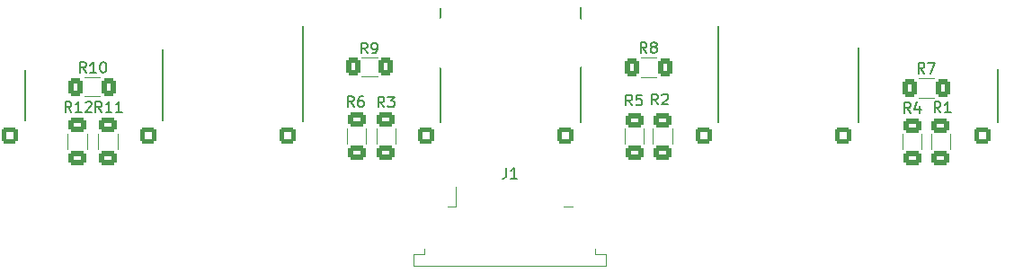
<source format=gto>
G04 #@! TF.GenerationSoftware,KiCad,Pcbnew,7.0.5*
G04 #@! TF.CreationDate,2023-08-03T16:32:48+02:00*
G04 #@! TF.ProjectId,Sensores,53656e73-6f72-4657-932e-6b696361645f,rev?*
G04 #@! TF.SameCoordinates,Original*
G04 #@! TF.FileFunction,Legend,Top*
G04 #@! TF.FilePolarity,Positive*
%FSLAX46Y46*%
G04 Gerber Fmt 4.6, Leading zero omitted, Abs format (unit mm)*
G04 Created by KiCad (PCBNEW 7.0.5) date 2023-08-03 16:32:48*
%MOMM*%
%LPD*%
G01*
G04 APERTURE LIST*
G04 Aperture macros list*
%AMRoundRect*
0 Rectangle with rounded corners*
0 $1 Rounding radius*
0 $2 $3 $4 $5 $6 $7 $8 $9 X,Y pos of 4 corners*
0 Add a 4 corners polygon primitive as box body*
4,1,4,$2,$3,$4,$5,$6,$7,$8,$9,$2,$3,0*
0 Add four circle primitives for the rounded corners*
1,1,$1+$1,$2,$3*
1,1,$1+$1,$4,$5*
1,1,$1+$1,$6,$7*
1,1,$1+$1,$8,$9*
0 Add four rect primitives between the rounded corners*
20,1,$1+$1,$2,$3,$4,$5,0*
20,1,$1+$1,$4,$5,$6,$7,0*
20,1,$1+$1,$6,$7,$8,$9,0*
20,1,$1+$1,$8,$9,$2,$3,0*%
G04 Aperture macros list end*
%ADD10C,0.150000*%
%ADD11C,0.200000*%
%ADD12C,0.120000*%
%ADD13C,5.600000*%
%ADD14RoundRect,0.250000X0.400000X0.625000X-0.400000X0.625000X-0.400000X-0.625000X0.400000X-0.625000X0*%
%ADD15RoundRect,0.250000X-0.625000X0.400000X-0.625000X-0.400000X0.625000X-0.400000X0.625000X0.400000X0*%
%ADD16R,0.610000X2.000000*%
%ADD17R,2.680000X3.600000*%
%ADD18RoundRect,0.249600X-0.550400X-0.550400X0.550400X-0.550400X0.550400X0.550400X-0.550400X0.550400X0*%
%ADD19C,1.600000*%
G04 APERTURE END LIST*
D10*
X209296000Y-103327200D02*
X209296000Y-98298000D01*
D11*
X117703600Y-103174800D02*
X117703600Y-98399600D01*
D10*
X182981600Y-103276400D02*
X182981600Y-94284800D01*
D11*
X130657600Y-103124000D02*
X130657600Y-96418400D01*
D10*
X196189600Y-103327200D02*
X196189600Y-96316800D01*
X156819600Y-103276400D02*
X156819600Y-92557600D01*
X143865600Y-103225600D02*
X143865600Y-94284800D01*
X170027600Y-103276400D02*
X170027600Y-92456000D01*
X123410742Y-98651219D02*
X123077409Y-98175028D01*
X122839314Y-98651219D02*
X122839314Y-97651219D01*
X122839314Y-97651219D02*
X123220266Y-97651219D01*
X123220266Y-97651219D02*
X123315504Y-97698838D01*
X123315504Y-97698838D02*
X123363123Y-97746457D01*
X123363123Y-97746457D02*
X123410742Y-97841695D01*
X123410742Y-97841695D02*
X123410742Y-97984552D01*
X123410742Y-97984552D02*
X123363123Y-98079790D01*
X123363123Y-98079790D02*
X123315504Y-98127409D01*
X123315504Y-98127409D02*
X123220266Y-98175028D01*
X123220266Y-98175028D02*
X122839314Y-98175028D01*
X124363123Y-98651219D02*
X123791695Y-98651219D01*
X124077409Y-98651219D02*
X124077409Y-97651219D01*
X124077409Y-97651219D02*
X123982171Y-97794076D01*
X123982171Y-97794076D02*
X123886933Y-97889314D01*
X123886933Y-97889314D02*
X123791695Y-97936933D01*
X124982171Y-97651219D02*
X125077409Y-97651219D01*
X125077409Y-97651219D02*
X125172647Y-97698838D01*
X125172647Y-97698838D02*
X125220266Y-97746457D01*
X125220266Y-97746457D02*
X125267885Y-97841695D01*
X125267885Y-97841695D02*
X125315504Y-98032171D01*
X125315504Y-98032171D02*
X125315504Y-98270266D01*
X125315504Y-98270266D02*
X125267885Y-98460742D01*
X125267885Y-98460742D02*
X125220266Y-98555980D01*
X125220266Y-98555980D02*
X125172647Y-98603600D01*
X125172647Y-98603600D02*
X125077409Y-98651219D01*
X125077409Y-98651219D02*
X124982171Y-98651219D01*
X124982171Y-98651219D02*
X124886933Y-98603600D01*
X124886933Y-98603600D02*
X124839314Y-98555980D01*
X124839314Y-98555980D02*
X124791695Y-98460742D01*
X124791695Y-98460742D02*
X124744076Y-98270266D01*
X124744076Y-98270266D02*
X124744076Y-98032171D01*
X124744076Y-98032171D02*
X124791695Y-97841695D01*
X124791695Y-97841695D02*
X124839314Y-97746457D01*
X124839314Y-97746457D02*
X124886933Y-97698838D01*
X124886933Y-97698838D02*
X124982171Y-97651219D01*
X151497333Y-101902419D02*
X151164000Y-101426228D01*
X150925905Y-101902419D02*
X150925905Y-100902419D01*
X150925905Y-100902419D02*
X151306857Y-100902419D01*
X151306857Y-100902419D02*
X151402095Y-100950038D01*
X151402095Y-100950038D02*
X151449714Y-100997657D01*
X151449714Y-100997657D02*
X151497333Y-101092895D01*
X151497333Y-101092895D02*
X151497333Y-101235752D01*
X151497333Y-101235752D02*
X151449714Y-101330990D01*
X151449714Y-101330990D02*
X151402095Y-101378609D01*
X151402095Y-101378609D02*
X151306857Y-101426228D01*
X151306857Y-101426228D02*
X150925905Y-101426228D01*
X151830667Y-100902419D02*
X152449714Y-100902419D01*
X152449714Y-100902419D02*
X152116381Y-101283371D01*
X152116381Y-101283371D02*
X152259238Y-101283371D01*
X152259238Y-101283371D02*
X152354476Y-101330990D01*
X152354476Y-101330990D02*
X152402095Y-101378609D01*
X152402095Y-101378609D02*
X152449714Y-101473847D01*
X152449714Y-101473847D02*
X152449714Y-101711942D01*
X152449714Y-101711942D02*
X152402095Y-101807180D01*
X152402095Y-101807180D02*
X152354476Y-101854800D01*
X152354476Y-101854800D02*
X152259238Y-101902419D01*
X152259238Y-101902419D02*
X151973524Y-101902419D01*
X151973524Y-101902419D02*
X151878286Y-101854800D01*
X151878286Y-101854800D02*
X151830667Y-101807180D01*
X149896533Y-96822419D02*
X149563200Y-96346228D01*
X149325105Y-96822419D02*
X149325105Y-95822419D01*
X149325105Y-95822419D02*
X149706057Y-95822419D01*
X149706057Y-95822419D02*
X149801295Y-95870038D01*
X149801295Y-95870038D02*
X149848914Y-95917657D01*
X149848914Y-95917657D02*
X149896533Y-96012895D01*
X149896533Y-96012895D02*
X149896533Y-96155752D01*
X149896533Y-96155752D02*
X149848914Y-96250990D01*
X149848914Y-96250990D02*
X149801295Y-96298609D01*
X149801295Y-96298609D02*
X149706057Y-96346228D01*
X149706057Y-96346228D02*
X149325105Y-96346228D01*
X150372724Y-96822419D02*
X150563200Y-96822419D01*
X150563200Y-96822419D02*
X150658438Y-96774800D01*
X150658438Y-96774800D02*
X150706057Y-96727180D01*
X150706057Y-96727180D02*
X150801295Y-96584323D01*
X150801295Y-96584323D02*
X150848914Y-96393847D01*
X150848914Y-96393847D02*
X150848914Y-96012895D01*
X150848914Y-96012895D02*
X150801295Y-95917657D01*
X150801295Y-95917657D02*
X150753676Y-95870038D01*
X150753676Y-95870038D02*
X150658438Y-95822419D01*
X150658438Y-95822419D02*
X150467962Y-95822419D01*
X150467962Y-95822419D02*
X150372724Y-95870038D01*
X150372724Y-95870038D02*
X150325105Y-95917657D01*
X150325105Y-95917657D02*
X150277486Y-96012895D01*
X150277486Y-96012895D02*
X150277486Y-96250990D01*
X150277486Y-96250990D02*
X150325105Y-96346228D01*
X150325105Y-96346228D02*
X150372724Y-96393847D01*
X150372724Y-96393847D02*
X150467962Y-96441466D01*
X150467962Y-96441466D02*
X150658438Y-96441466D01*
X150658438Y-96441466D02*
X150753676Y-96393847D01*
X150753676Y-96393847D02*
X150801295Y-96346228D01*
X150801295Y-96346228D02*
X150848914Y-96250990D01*
X203896933Y-102384419D02*
X203563600Y-101908228D01*
X203325505Y-102384419D02*
X203325505Y-101384419D01*
X203325505Y-101384419D02*
X203706457Y-101384419D01*
X203706457Y-101384419D02*
X203801695Y-101432038D01*
X203801695Y-101432038D02*
X203849314Y-101479657D01*
X203849314Y-101479657D02*
X203896933Y-101574895D01*
X203896933Y-101574895D02*
X203896933Y-101717752D01*
X203896933Y-101717752D02*
X203849314Y-101812990D01*
X203849314Y-101812990D02*
X203801695Y-101860609D01*
X203801695Y-101860609D02*
X203706457Y-101908228D01*
X203706457Y-101908228D02*
X203325505Y-101908228D01*
X204849314Y-102384419D02*
X204277886Y-102384419D01*
X204563600Y-102384419D02*
X204563600Y-101384419D01*
X204563600Y-101384419D02*
X204468362Y-101527276D01*
X204468362Y-101527276D02*
X204373124Y-101622514D01*
X204373124Y-101622514D02*
X204277886Y-101670133D01*
X162988666Y-107600019D02*
X162988666Y-108314304D01*
X162988666Y-108314304D02*
X162941047Y-108457161D01*
X162941047Y-108457161D02*
X162845809Y-108552400D01*
X162845809Y-108552400D02*
X162702952Y-108600019D01*
X162702952Y-108600019D02*
X162607714Y-108600019D01*
X163988666Y-108600019D02*
X163417238Y-108600019D01*
X163702952Y-108600019D02*
X163702952Y-107600019D01*
X163702952Y-107600019D02*
X163607714Y-107742876D01*
X163607714Y-107742876D02*
X163512476Y-107838114D01*
X163512476Y-107838114D02*
X163417238Y-107885733D01*
X174839333Y-101725219D02*
X174506000Y-101249028D01*
X174267905Y-101725219D02*
X174267905Y-100725219D01*
X174267905Y-100725219D02*
X174648857Y-100725219D01*
X174648857Y-100725219D02*
X174744095Y-100772838D01*
X174744095Y-100772838D02*
X174791714Y-100820457D01*
X174791714Y-100820457D02*
X174839333Y-100915695D01*
X174839333Y-100915695D02*
X174839333Y-101058552D01*
X174839333Y-101058552D02*
X174791714Y-101153790D01*
X174791714Y-101153790D02*
X174744095Y-101201409D01*
X174744095Y-101201409D02*
X174648857Y-101249028D01*
X174648857Y-101249028D02*
X174267905Y-101249028D01*
X175744095Y-100725219D02*
X175267905Y-100725219D01*
X175267905Y-100725219D02*
X175220286Y-101201409D01*
X175220286Y-101201409D02*
X175267905Y-101153790D01*
X175267905Y-101153790D02*
X175363143Y-101106171D01*
X175363143Y-101106171D02*
X175601238Y-101106171D01*
X175601238Y-101106171D02*
X175696476Y-101153790D01*
X175696476Y-101153790D02*
X175744095Y-101201409D01*
X175744095Y-101201409D02*
X175791714Y-101296647D01*
X175791714Y-101296647D02*
X175791714Y-101534742D01*
X175791714Y-101534742D02*
X175744095Y-101629980D01*
X175744095Y-101629980D02*
X175696476Y-101677600D01*
X175696476Y-101677600D02*
X175601238Y-101725219D01*
X175601238Y-101725219D02*
X175363143Y-101725219D01*
X175363143Y-101725219D02*
X175267905Y-101677600D01*
X175267905Y-101677600D02*
X175220286Y-101629980D01*
X202372933Y-98702019D02*
X202039600Y-98225828D01*
X201801505Y-98702019D02*
X201801505Y-97702019D01*
X201801505Y-97702019D02*
X202182457Y-97702019D01*
X202182457Y-97702019D02*
X202277695Y-97749638D01*
X202277695Y-97749638D02*
X202325314Y-97797257D01*
X202325314Y-97797257D02*
X202372933Y-97892495D01*
X202372933Y-97892495D02*
X202372933Y-98035352D01*
X202372933Y-98035352D02*
X202325314Y-98130590D01*
X202325314Y-98130590D02*
X202277695Y-98178209D01*
X202277695Y-98178209D02*
X202182457Y-98225828D01*
X202182457Y-98225828D02*
X201801505Y-98225828D01*
X202706267Y-97702019D02*
X203372933Y-97702019D01*
X203372933Y-97702019D02*
X202944362Y-98702019D01*
X176210933Y-96771619D02*
X175877600Y-96295428D01*
X175639505Y-96771619D02*
X175639505Y-95771619D01*
X175639505Y-95771619D02*
X176020457Y-95771619D01*
X176020457Y-95771619D02*
X176115695Y-95819238D01*
X176115695Y-95819238D02*
X176163314Y-95866857D01*
X176163314Y-95866857D02*
X176210933Y-95962095D01*
X176210933Y-95962095D02*
X176210933Y-96104952D01*
X176210933Y-96104952D02*
X176163314Y-96200190D01*
X176163314Y-96200190D02*
X176115695Y-96247809D01*
X176115695Y-96247809D02*
X176020457Y-96295428D01*
X176020457Y-96295428D02*
X175639505Y-96295428D01*
X176782362Y-96200190D02*
X176687124Y-96152571D01*
X176687124Y-96152571D02*
X176639505Y-96104952D01*
X176639505Y-96104952D02*
X176591886Y-96009714D01*
X176591886Y-96009714D02*
X176591886Y-95962095D01*
X176591886Y-95962095D02*
X176639505Y-95866857D01*
X176639505Y-95866857D02*
X176687124Y-95819238D01*
X176687124Y-95819238D02*
X176782362Y-95771619D01*
X176782362Y-95771619D02*
X176972838Y-95771619D01*
X176972838Y-95771619D02*
X177068076Y-95819238D01*
X177068076Y-95819238D02*
X177115695Y-95866857D01*
X177115695Y-95866857D02*
X177163314Y-95962095D01*
X177163314Y-95962095D02*
X177163314Y-96009714D01*
X177163314Y-96009714D02*
X177115695Y-96104952D01*
X177115695Y-96104952D02*
X177068076Y-96152571D01*
X177068076Y-96152571D02*
X176972838Y-96200190D01*
X176972838Y-96200190D02*
X176782362Y-96200190D01*
X176782362Y-96200190D02*
X176687124Y-96247809D01*
X176687124Y-96247809D02*
X176639505Y-96295428D01*
X176639505Y-96295428D02*
X176591886Y-96390666D01*
X176591886Y-96390666D02*
X176591886Y-96581142D01*
X176591886Y-96581142D02*
X176639505Y-96676380D01*
X176639505Y-96676380D02*
X176687124Y-96724000D01*
X176687124Y-96724000D02*
X176782362Y-96771619D01*
X176782362Y-96771619D02*
X176972838Y-96771619D01*
X176972838Y-96771619D02*
X177068076Y-96724000D01*
X177068076Y-96724000D02*
X177115695Y-96676380D01*
X177115695Y-96676380D02*
X177163314Y-96581142D01*
X177163314Y-96581142D02*
X177163314Y-96390666D01*
X177163314Y-96390666D02*
X177115695Y-96295428D01*
X177115695Y-96295428D02*
X177068076Y-96247809D01*
X177068076Y-96247809D02*
X176972838Y-96200190D01*
X122039142Y-102359619D02*
X121705809Y-101883428D01*
X121467714Y-102359619D02*
X121467714Y-101359619D01*
X121467714Y-101359619D02*
X121848666Y-101359619D01*
X121848666Y-101359619D02*
X121943904Y-101407238D01*
X121943904Y-101407238D02*
X121991523Y-101454857D01*
X121991523Y-101454857D02*
X122039142Y-101550095D01*
X122039142Y-101550095D02*
X122039142Y-101692952D01*
X122039142Y-101692952D02*
X121991523Y-101788190D01*
X121991523Y-101788190D02*
X121943904Y-101835809D01*
X121943904Y-101835809D02*
X121848666Y-101883428D01*
X121848666Y-101883428D02*
X121467714Y-101883428D01*
X122991523Y-102359619D02*
X122420095Y-102359619D01*
X122705809Y-102359619D02*
X122705809Y-101359619D01*
X122705809Y-101359619D02*
X122610571Y-101502476D01*
X122610571Y-101502476D02*
X122515333Y-101597714D01*
X122515333Y-101597714D02*
X122420095Y-101645333D01*
X123372476Y-101454857D02*
X123420095Y-101407238D01*
X123420095Y-101407238D02*
X123515333Y-101359619D01*
X123515333Y-101359619D02*
X123753428Y-101359619D01*
X123753428Y-101359619D02*
X123848666Y-101407238D01*
X123848666Y-101407238D02*
X123896285Y-101454857D01*
X123896285Y-101454857D02*
X123943904Y-101550095D01*
X123943904Y-101550095D02*
X123943904Y-101645333D01*
X123943904Y-101645333D02*
X123896285Y-101788190D01*
X123896285Y-101788190D02*
X123324857Y-102359619D01*
X123324857Y-102359619D02*
X123943904Y-102359619D01*
X148626533Y-101851619D02*
X148293200Y-101375428D01*
X148055105Y-101851619D02*
X148055105Y-100851619D01*
X148055105Y-100851619D02*
X148436057Y-100851619D01*
X148436057Y-100851619D02*
X148531295Y-100899238D01*
X148531295Y-100899238D02*
X148578914Y-100946857D01*
X148578914Y-100946857D02*
X148626533Y-101042095D01*
X148626533Y-101042095D02*
X148626533Y-101184952D01*
X148626533Y-101184952D02*
X148578914Y-101280190D01*
X148578914Y-101280190D02*
X148531295Y-101327809D01*
X148531295Y-101327809D02*
X148436057Y-101375428D01*
X148436057Y-101375428D02*
X148055105Y-101375428D01*
X149483676Y-100851619D02*
X149293200Y-100851619D01*
X149293200Y-100851619D02*
X149197962Y-100899238D01*
X149197962Y-100899238D02*
X149150343Y-100946857D01*
X149150343Y-100946857D02*
X149055105Y-101089714D01*
X149055105Y-101089714D02*
X149007486Y-101280190D01*
X149007486Y-101280190D02*
X149007486Y-101661142D01*
X149007486Y-101661142D02*
X149055105Y-101756380D01*
X149055105Y-101756380D02*
X149102724Y-101804000D01*
X149102724Y-101804000D02*
X149197962Y-101851619D01*
X149197962Y-101851619D02*
X149388438Y-101851619D01*
X149388438Y-101851619D02*
X149483676Y-101804000D01*
X149483676Y-101804000D02*
X149531295Y-101756380D01*
X149531295Y-101756380D02*
X149578914Y-101661142D01*
X149578914Y-101661142D02*
X149578914Y-101423047D01*
X149578914Y-101423047D02*
X149531295Y-101327809D01*
X149531295Y-101327809D02*
X149483676Y-101280190D01*
X149483676Y-101280190D02*
X149388438Y-101232571D01*
X149388438Y-101232571D02*
X149197962Y-101232571D01*
X149197962Y-101232571D02*
X149102724Y-101280190D01*
X149102724Y-101280190D02*
X149055105Y-101327809D01*
X149055105Y-101327809D02*
X149007486Y-101423047D01*
X177277733Y-101648419D02*
X176944400Y-101172228D01*
X176706305Y-101648419D02*
X176706305Y-100648419D01*
X176706305Y-100648419D02*
X177087257Y-100648419D01*
X177087257Y-100648419D02*
X177182495Y-100696038D01*
X177182495Y-100696038D02*
X177230114Y-100743657D01*
X177230114Y-100743657D02*
X177277733Y-100838895D01*
X177277733Y-100838895D02*
X177277733Y-100981752D01*
X177277733Y-100981752D02*
X177230114Y-101076990D01*
X177230114Y-101076990D02*
X177182495Y-101124609D01*
X177182495Y-101124609D02*
X177087257Y-101172228D01*
X177087257Y-101172228D02*
X176706305Y-101172228D01*
X177658686Y-100743657D02*
X177706305Y-100696038D01*
X177706305Y-100696038D02*
X177801543Y-100648419D01*
X177801543Y-100648419D02*
X178039638Y-100648419D01*
X178039638Y-100648419D02*
X178134876Y-100696038D01*
X178134876Y-100696038D02*
X178182495Y-100743657D01*
X178182495Y-100743657D02*
X178230114Y-100838895D01*
X178230114Y-100838895D02*
X178230114Y-100934133D01*
X178230114Y-100934133D02*
X178182495Y-101076990D01*
X178182495Y-101076990D02*
X177611067Y-101648419D01*
X177611067Y-101648419D02*
X178230114Y-101648419D01*
X201052133Y-102435219D02*
X200718800Y-101959028D01*
X200480705Y-102435219D02*
X200480705Y-101435219D01*
X200480705Y-101435219D02*
X200861657Y-101435219D01*
X200861657Y-101435219D02*
X200956895Y-101482838D01*
X200956895Y-101482838D02*
X201004514Y-101530457D01*
X201004514Y-101530457D02*
X201052133Y-101625695D01*
X201052133Y-101625695D02*
X201052133Y-101768552D01*
X201052133Y-101768552D02*
X201004514Y-101863790D01*
X201004514Y-101863790D02*
X200956895Y-101911409D01*
X200956895Y-101911409D02*
X200861657Y-101959028D01*
X200861657Y-101959028D02*
X200480705Y-101959028D01*
X201909276Y-101768552D02*
X201909276Y-102435219D01*
X201671181Y-101387600D02*
X201433086Y-102101885D01*
X201433086Y-102101885D02*
X202052133Y-102101885D01*
X124883942Y-102359619D02*
X124550609Y-101883428D01*
X124312514Y-102359619D02*
X124312514Y-101359619D01*
X124312514Y-101359619D02*
X124693466Y-101359619D01*
X124693466Y-101359619D02*
X124788704Y-101407238D01*
X124788704Y-101407238D02*
X124836323Y-101454857D01*
X124836323Y-101454857D02*
X124883942Y-101550095D01*
X124883942Y-101550095D02*
X124883942Y-101692952D01*
X124883942Y-101692952D02*
X124836323Y-101788190D01*
X124836323Y-101788190D02*
X124788704Y-101835809D01*
X124788704Y-101835809D02*
X124693466Y-101883428D01*
X124693466Y-101883428D02*
X124312514Y-101883428D01*
X125836323Y-102359619D02*
X125264895Y-102359619D01*
X125550609Y-102359619D02*
X125550609Y-101359619D01*
X125550609Y-101359619D02*
X125455371Y-101502476D01*
X125455371Y-101502476D02*
X125360133Y-101597714D01*
X125360133Y-101597714D02*
X125264895Y-101645333D01*
X126788704Y-102359619D02*
X126217276Y-102359619D01*
X126502990Y-102359619D02*
X126502990Y-101359619D01*
X126502990Y-101359619D02*
X126407752Y-101502476D01*
X126407752Y-101502476D02*
X126312514Y-101597714D01*
X126312514Y-101597714D02*
X126217276Y-101645333D01*
D12*
X124729864Y-100884400D02*
X123275736Y-100884400D01*
X124729864Y-99064400D02*
X123275736Y-99064400D01*
X152574000Y-103896136D02*
X152574000Y-105350264D01*
X150754000Y-103896136D02*
X150754000Y-105350264D01*
X150841064Y-99004800D02*
X149386936Y-99004800D01*
X150841064Y-97184800D02*
X149386936Y-97184800D01*
X204821200Y-104428936D02*
X204821200Y-105883064D01*
X203001200Y-104428936D02*
X203001200Y-105883064D01*
X154252000Y-115745200D02*
X155277000Y-115745200D01*
X154252000Y-116855200D02*
X154252000Y-115745200D01*
X155277000Y-115745200D02*
X155277000Y-115205200D01*
X157432000Y-111235200D02*
X158257000Y-111235200D01*
X158257000Y-111235200D02*
X158257000Y-109435200D01*
X168387000Y-111235200D02*
X169212000Y-111235200D01*
X171367000Y-115205200D02*
X171367000Y-115745200D01*
X171367000Y-115745200D02*
X172392000Y-115745200D01*
X172392000Y-115745200D02*
X172392000Y-116855200D01*
X172392000Y-116855200D02*
X154252000Y-116855200D01*
X175966800Y-103920936D02*
X175966800Y-105375064D01*
X174146800Y-103920936D02*
X174146800Y-105375064D01*
X203266664Y-100986000D02*
X201812536Y-100986000D01*
X203266664Y-99166000D02*
X201812536Y-99166000D01*
X177130664Y-99055600D02*
X175676536Y-99055600D01*
X177130664Y-97235600D02*
X175676536Y-97235600D01*
X123490400Y-104404136D02*
X123490400Y-105858264D01*
X121670400Y-104404136D02*
X121670400Y-105858264D01*
X149804800Y-103894936D02*
X149804800Y-105349064D01*
X147984800Y-103894936D02*
X147984800Y-105349064D01*
X178608400Y-103920936D02*
X178608400Y-105375064D01*
X176788400Y-103920936D02*
X176788400Y-105375064D01*
X202128800Y-104428936D02*
X202128800Y-105883064D01*
X200308800Y-104428936D02*
X200308800Y-105883064D01*
X126386000Y-104404136D02*
X126386000Y-105858264D01*
X124566000Y-104404136D02*
X124566000Y-105858264D01*
%LPC*%
D13*
X186182000Y-113030000D03*
X158292800Y-95859600D03*
D14*
X125552800Y-99974400D03*
X122452800Y-99974400D03*
D15*
X151664000Y-103073200D03*
X151664000Y-106173200D03*
D14*
X151664000Y-98094800D03*
X148564000Y-98094800D03*
D15*
X203911200Y-103606000D03*
X203911200Y-106706000D03*
D16*
X158822000Y-110345200D03*
X159822000Y-110345200D03*
X160822000Y-110345200D03*
X161822000Y-110345200D03*
X162822000Y-110345200D03*
X163822000Y-110345200D03*
X164822000Y-110345200D03*
X165822000Y-110345200D03*
X166822000Y-110345200D03*
X167822000Y-110345200D03*
D17*
X155832000Y-113145200D03*
X170812000Y-113145200D03*
D15*
X175056800Y-103098000D03*
X175056800Y-106198000D03*
D14*
X204089600Y-100076000D03*
X200989600Y-100076000D03*
X177953600Y-98145600D03*
X174853600Y-98145600D03*
D13*
X140360400Y-112826800D03*
D15*
X122580400Y-103581200D03*
X122580400Y-106681200D03*
D13*
X168300400Y-95859600D03*
D15*
X148894800Y-103072000D03*
X148894800Y-106172000D03*
X177698400Y-103098000D03*
X177698400Y-106198000D03*
X201218800Y-103606000D03*
X201218800Y-106706000D03*
X125476000Y-103581200D03*
X125476000Y-106681200D03*
D18*
X194704400Y-104597200D03*
D19*
X194704400Y-102057200D03*
X197504400Y-102057200D03*
X197504400Y-104597200D03*
D18*
X142386400Y-104597200D03*
D19*
X142386400Y-102057200D03*
X145186400Y-102057200D03*
X145186400Y-104597200D03*
D18*
X155436000Y-104597200D03*
D19*
X155436000Y-102057200D03*
X158236000Y-102057200D03*
X158236000Y-104597200D03*
D18*
X168548400Y-104597200D03*
D19*
X168548400Y-102057200D03*
X171348400Y-102057200D03*
X171348400Y-104597200D03*
D18*
X181604000Y-104597200D03*
D19*
X181604000Y-102057200D03*
X184404000Y-102057200D03*
X184404000Y-104597200D03*
D18*
X207810800Y-104597200D03*
D19*
X207810800Y-102057200D03*
X210610800Y-102057200D03*
X210610800Y-104597200D03*
D18*
X129280000Y-104597200D03*
D19*
X129280000Y-102057200D03*
X132080000Y-102057200D03*
X132080000Y-104597200D03*
D18*
X116224400Y-104597200D03*
D19*
X116224400Y-102057200D03*
X119024400Y-102057200D03*
X119024400Y-104597200D03*
%LPD*%
M02*

</source>
